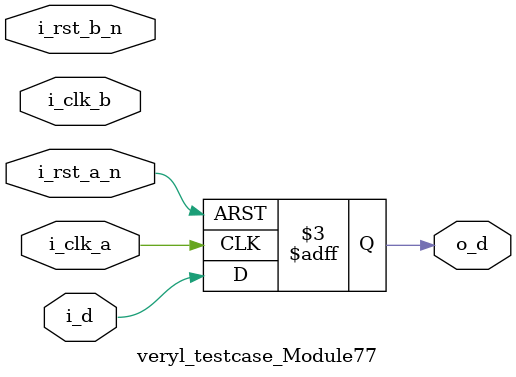
<source format=sv>
module veryl_testcase_Module77 (
    input  var logic i_clk_a  ,
    input  var logic i_rst_a_n,
    input  var logic i_clk_b  ,
    input  var logic i_rst_b_n,
    input  var logic i_d      ,
    output var logic o_d  
);
    always_ff @ (posedge i_clk_a, negedge i_rst_a_n) begin
        if (!i_rst_a_n) begin
            o_d <= 0;
        end else begin
            o_d <= i_d;
        end
    end
endmodule
//# sourceMappingURL=../map/testcases/sv/77_default_clock_reset.sv.map

</source>
